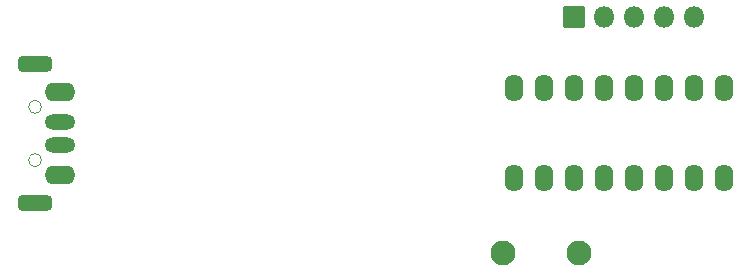
<source format=gbr>
%TF.GenerationSoftware,KiCad,Pcbnew,(7.0.0)*%
%TF.CreationDate,2023-03-02T18:54:12-05:00*%
%TF.ProjectId,STM32_XTW2,53544d33-325f-4585-9457-322e6b696361,rev?*%
%TF.SameCoordinates,Original*%
%TF.FileFunction,Soldermask,Bot*%
%TF.FilePolarity,Negative*%
%FSLAX46Y46*%
G04 Gerber Fmt 4.6, Leading zero omitted, Abs format (unit mm)*
G04 Created by KiCad (PCBNEW (7.0.0)) date 2023-03-02 18:54:12*
%MOMM*%
%LPD*%
G01*
G04 APERTURE LIST*
G04 Aperture macros list*
%AMRoundRect*
0 Rectangle with rounded corners*
0 $1 Rounding radius*
0 $2 $3 $4 $5 $6 $7 $8 $9 X,Y pos of 4 corners*
0 Add a 4 corners polygon primitive as box body*
4,1,4,$2,$3,$4,$5,$6,$7,$8,$9,$2,$3,0*
0 Add four circle primitives for the rounded corners*
1,1,$1+$1,$2,$3*
1,1,$1+$1,$4,$5*
1,1,$1+$1,$6,$7*
1,1,$1+$1,$8,$9*
0 Add four rect primitives between the rounded corners*
20,1,$1+$1,$2,$3,$4,$5,0*
20,1,$1+$1,$4,$5,$6,$7,0*
20,1,$1+$1,$6,$7,$8,$9,0*
20,1,$1+$1,$8,$9,$2,$3,0*%
G04 Aperture macros list end*
%TA.AperFunction,Profile*%
%ADD10C,0.050000*%
%TD*%
%ADD11O,1.602740X2.301240*%
%ADD12C,2.101600*%
%ADD13RoundRect,0.050800X0.850000X-0.850000X0.850000X0.850000X-0.850000X0.850000X-0.850000X-0.850000X0*%
%ADD14O,1.801600X1.801600*%
%ADD15O,2.601600X1.601600*%
%ADD16O,2.601600X1.301600*%
%ADD17RoundRect,0.350800X-1.100000X0.300000X-1.100000X-0.300000X1.100000X-0.300000X1.100000X0.300000X0*%
G04 APERTURE END LIST*
D10*
%TO.C,J1*%
X130436500Y-87700000D02*
G75*
G03*
X130436500Y-87700000I-550000J0D01*
G01*
X130436500Y-92200000D02*
G75*
G03*
X130436500Y-92200000I-550000J0D01*
G01*
%TD*%
D11*
%TO.C,ZIF*%
X188203999Y-86105999D03*
X185663999Y-86105999D03*
X183123999Y-86105999D03*
X180583999Y-86105999D03*
X178043999Y-86105999D03*
X175503999Y-86105999D03*
X172963999Y-86105999D03*
X170423999Y-86105999D03*
X170423999Y-93725999D03*
X172963999Y-93725999D03*
X175503999Y-93725999D03*
X178043999Y-93725999D03*
X180583999Y-93725999D03*
X183123999Y-93725999D03*
X185663999Y-93725999D03*
X188203999Y-93725999D03*
%TD*%
D12*
%TO.C,SW1*%
X169470000Y-100076000D03*
X175970000Y-100076000D03*
%TD*%
D13*
%TO.C,J2*%
X175504000Y-80060800D03*
D14*
X178043999Y-80060799D03*
X180583999Y-80060799D03*
X183123999Y-80060799D03*
X185663999Y-80060799D03*
%TD*%
D15*
%TO.C,J1*%
X132016499Y-93449999D03*
D16*
X132016499Y-90949999D03*
X132016499Y-88949999D03*
D15*
X132016499Y-86449999D03*
D17*
X129886500Y-84100000D03*
X129886500Y-95800000D03*
%TD*%
M02*

</source>
